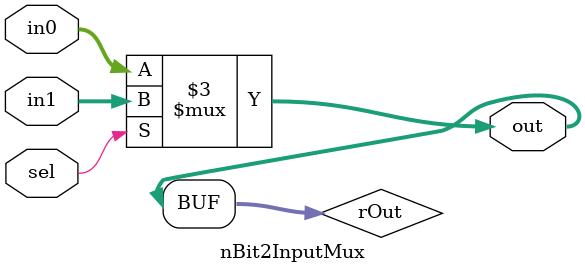
<source format=v>

module nBit2InputMux(out, sel, in0, in1);
	parameter n = 8;
	
	input sel;
	input [(n - 1):0] in0, in1;
	
	output [(n - 1):0] out;
	
	reg [(n - 1):0] rOut;
	
	assign out = rOut;
	
	always@(sel) begin
		if (sel) begin
			rOut = in1;
		end
		else begin
			rOut = in0;		
		end
	end 

endmodule
</source>
